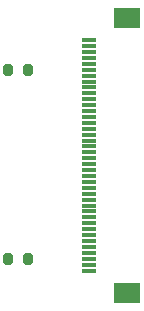
<source format=gbr>
%TF.GenerationSoftware,KiCad,Pcbnew,(6.0.9)*%
%TF.CreationDate,2022-11-21T20:56:18+08:00*%
%TF.ProjectId,Sitronix_3.95''_480x480,53697472-6f6e-4697-985f-332e39352727,rev?*%
%TF.SameCoordinates,Original*%
%TF.FileFunction,Paste,Top*%
%TF.FilePolarity,Positive*%
%FSLAX46Y46*%
G04 Gerber Fmt 4.6, Leading zero omitted, Abs format (unit mm)*
G04 Created by KiCad (PCBNEW (6.0.9)) date 2022-11-21 20:56:18*
%MOMM*%
%LPD*%
G01*
G04 APERTURE LIST*
G04 Aperture macros list*
%AMRoundRect*
0 Rectangle with rounded corners*
0 $1 Rounding radius*
0 $2 $3 $4 $5 $6 $7 $8 $9 X,Y pos of 4 corners*
0 Add a 4 corners polygon primitive as box body*
4,1,4,$2,$3,$4,$5,$6,$7,$8,$9,$2,$3,0*
0 Add four circle primitives for the rounded corners*
1,1,$1+$1,$2,$3*
1,1,$1+$1,$4,$5*
1,1,$1+$1,$6,$7*
1,1,$1+$1,$8,$9*
0 Add four rect primitives between the rounded corners*
20,1,$1+$1,$2,$3,$4,$5,0*
20,1,$1+$1,$4,$5,$6,$7,0*
20,1,$1+$1,$6,$7,$8,$9,0*
20,1,$1+$1,$8,$9,$2,$3,0*%
G04 Aperture macros list end*
%ADD10R,1.300000X0.300000*%
%ADD11R,2.200000X1.800000*%
%ADD12RoundRect,0.200000X0.200000X0.275000X-0.200000X0.275000X-0.200000X-0.275000X0.200000X-0.275000X0*%
%ADD13RoundRect,0.200000X-0.200000X-0.275000X0.200000X-0.275000X0.200000X0.275000X-0.200000X0.275000X0*%
G04 APERTURE END LIST*
D10*
%TO.C,J3*%
X99816000Y-96491000D03*
X99816000Y-95991000D03*
X99816000Y-95491000D03*
X99816000Y-94991000D03*
X99816000Y-94491000D03*
X99816000Y-93991000D03*
X99816000Y-93491000D03*
X99816000Y-92991000D03*
X99816000Y-92491000D03*
X99816000Y-91991000D03*
X99816000Y-91491000D03*
X99816000Y-90991000D03*
X99816000Y-90491000D03*
X99816000Y-89991000D03*
X99816000Y-89491000D03*
X99816000Y-88991000D03*
X99816000Y-88491000D03*
X99816000Y-87991000D03*
X99816000Y-87491000D03*
X99816000Y-86991000D03*
X99816000Y-86491000D03*
X99816000Y-85991000D03*
X99816000Y-85491000D03*
X99816000Y-84991000D03*
X99816000Y-84491000D03*
X99816000Y-83991000D03*
X99816000Y-83491000D03*
X99816000Y-82991000D03*
X99816000Y-82491000D03*
X99816000Y-81991000D03*
X99816000Y-81491000D03*
X99816000Y-80991000D03*
X99816000Y-80491000D03*
X99816000Y-79991000D03*
X99816000Y-79491000D03*
X99816000Y-78991000D03*
X99816000Y-78491000D03*
X99816000Y-77991000D03*
X99816000Y-77491000D03*
X99816000Y-76991000D03*
D11*
X103066000Y-75091000D03*
X103066000Y-98391000D03*
%TD*%
D12*
%TO.C,R2*%
X94622000Y-95491000D03*
X92972000Y-95491000D03*
%TD*%
D13*
%TO.C,R1*%
X92972000Y-79491000D03*
X94622000Y-79491000D03*
%TD*%
M02*

</source>
